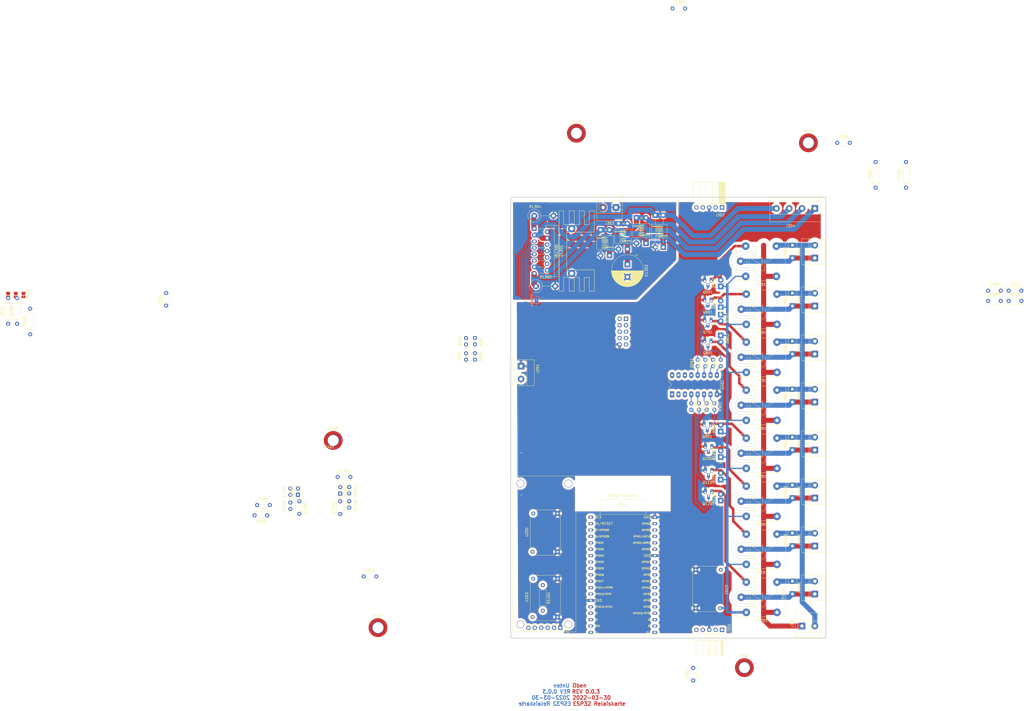
<source format=kicad_pcb>
(kicad_pcb (version 20211014) (generator pcbnew)

  (general
    (thickness 1.6)
  )

  (paper "A4" portrait)
  (title_block
    (title "ESP32 Relaiskarte")
    (date "2022-03-23")
    (rev "0.0.2")
    (company "makerspace Bocholt")
    (comment 1 "+ optionale Servo Ansteuerung")
    (comment 2 "+ optionale Lan Karte")
    (comment 4 "Frank Tobergte")
  )

  (layers
    (0 "F.Cu" signal)
    (31 "B.Cu" signal)
    (32 "B.Adhes" user "B.Adhesive")
    (33 "F.Adhes" user "F.Adhesive")
    (34 "B.Paste" user)
    (35 "F.Paste" user)
    (36 "B.SilkS" user "B.Silkscreen")
    (37 "F.SilkS" user "F.Silkscreen")
    (38 "B.Mask" user)
    (39 "F.Mask" user)
    (40 "Dwgs.User" user "User.Drawings")
    (41 "Cmts.User" user "User.Comments")
    (42 "Eco1.User" user "User.Eco1")
    (43 "Eco2.User" user "User.Eco2")
    (44 "Edge.Cuts" user)
    (45 "Margin" user)
    (46 "B.CrtYd" user "B.Courtyard")
    (47 "F.CrtYd" user "F.Courtyard")
    (48 "B.Fab" user)
    (49 "F.Fab" user)
    (50 "User.1" user "Nutzer.1")
    (51 "User.2" user "Nutzer.2")
    (52 "User.3" user "Nutzer.3")
    (53 "User.4" user "Nutzer.4")
    (54 "User.5" user "Nutzer.5")
    (55 "User.6" user "Nutzer.6")
    (56 "User.7" user "Nutzer.7")
    (57 "User.8" user "Nutzer.8")
    (58 "User.9" user "Nutzer.9")
  )

  (setup
    (stackup
      (layer "F.SilkS" (type "Top Silk Screen"))
      (layer "F.Paste" (type "Top Solder Paste"))
      (layer "F.Mask" (type "Top Solder Mask") (thickness 0.01))
      (layer "F.Cu" (type "copper") (thickness 0.035))
      (layer "dielectric 1" (type "core") (thickness 1.51) (material "FR4") (epsilon_r 4.5) (loss_tangent 0.02))
      (layer "B.Cu" (type "copper") (thickness 0.035))
      (layer "B.Mask" (type "Bottom Solder Mask") (thickness 0.01))
      (layer "B.Paste" (type "Bottom Solder Paste"))
      (layer "B.SilkS" (type "Bottom Silk Screen"))
      (copper_finish "None")
      (dielectric_constraints no)
    )
    (pad_to_mask_clearance 0)
    (aux_axis_origin 38 49)
    (grid_origin 38 49)
    (pcbplotparams
      (layerselection 0x0000020_ffffffff)
      (disableapertmacros false)
      (usegerberextensions false)
      (usegerberattributes true)
      (usegerberadvancedattributes true)
      (creategerberjobfile true)
      (svguseinch false)
      (svgprecision 6)
      (excludeedgelayer false)
      (plotframeref true)
      (viasonmask false)
      (mode 1)
      (useauxorigin false)
      (hpglpennumber 1)
      (hpglpenspeed 20)
      (hpglpendiameter 15.000000)
      (dxfpolygonmode true)
      (dxfimperialunits true)
      (dxfusepcbnewfont true)
      (psnegative false)
      (psa4output false)
      (plotreference true)
      (plotvalue false)
      (plotinvisibletext false)
      (sketchpadsonfab true)
      (subtractmaskfromsilk false)
      (outputformat 4)
      (mirror false)
      (drillshape 2)
      (scaleselection 1)
      (outputdirectory "Ausgaben/")
    )
  )

  (net 0 "")
  (net 1 "+12V")
  (net 2 "/Digital/Relais Ansteuerung/A")
  (net 3 "/Digital/Relais Ansteuerung/B")
  (net 4 "Net-(Q501-Pad2)")
  (net 5 "GND")
  (net 6 "Net-(Q601-Pad2)")
  (net 7 "Net-(Q701-Pad2)")
  (net 8 "Net-(Q801-Pad2)")
  (net 9 "Net-(Q901-Pad2)")
  (net 10 "Net-(Q1001-Pad2)")
  (net 11 "Net-(Q1101-Pad2)")
  (net 12 "Net-(Q1201-Pad2)")
  (net 13 "unconnected-(U401-Pad13)")
  (net 14 "/Digital/Relais Ansteuerung/Relais0/On")
  (net 15 "/Digital/Relais Ansteuerung/Relais1/On")
  (net 16 "/Digital/Relais Ansteuerung/Relais2/On")
  (net 17 "/Digital/Relais Ansteuerung/Relais3/On")
  (net 18 "/Digital/Relais Ansteuerung/Relais4/On")
  (net 19 "/Digital/Relais Ansteuerung/Relais5/On")
  (net 20 "/Digital/Relais Ansteuerung/Relais6/On")
  (net 21 "/Digital/Relais Ansteuerung/Relais7/On")
  (net 22 "/Digital/Lan/Sck")
  (net 23 "+3V3")
  (net 24 "unconnected-(U301-Pad2)")
  (net 25 "/Digital/Lan/So")
  (net 26 "/Digital/Lan/Si")
  (net 27 "/Digital/PCA9635 Servo/OE")
  (net 28 "unconnected-(U301-Pad16)")
  (net 29 "unconnected-(U301-Pad17)")
  (net 30 "unconnected-(U301-Pad18)")
  (net 31 "/Digital/SCL")
  (net 32 "unconnected-(U301-Pad5)")
  (net 33 "unconnected-(U301-Pad23)")
  (net 34 "unconnected-(U301-Pad24)")
  (net 35 "unconnected-(U301-Pad25)")
  (net 36 "/Digital/Lan/Cs")
  (net 37 "unconnected-(U301-Pad27)")
  (net 38 "unconnected-(U301-Pad28)")
  (net 39 "/Digital/Lan/CLK")
  (net 40 "unconnected-(U301-Pad30)")
  (net 41 "unconnected-(U301-Pad33)")
  (net 42 "unconnected-(U301-Pad34)")
  (net 43 "unconnected-(U301-Pad35)")
  (net 44 "unconnected-(U301-Pad6)")
  (net 45 "/Digital/Lan/Wol")
  (net 46 "/Digital/Relais Ansteuerung/Relais0/AB")
  (net 47 "/Digital/Relais Ansteuerung/Relais1/AB")
  (net 48 "/Digital/Relais Ansteuerung/Relais2/AB")
  (net 49 "/Digital/Relais Ansteuerung/Relais3/AB")
  (net 50 "/Digital/Relais Ansteuerung/Relais4/AB")
  (net 51 "/Digital/Relais Ansteuerung/Relais5/AB")
  (net 52 "/Digital/Relais Ansteuerung/Relais6/AB")
  (net 53 "/Digital/Relais Ansteuerung/Relais7/AB")
  (net 54 "/Digital/Relais Ansteuerung/Relais0/mitte")
  (net 55 "/Digital/Relais Ansteuerung/Relais1/mitte")
  (net 56 "/Digital/Relais Ansteuerung/Relais2/mitte")
  (net 57 "/Digital/Relais Ansteuerung/Relais3/mitte")
  (net 58 "/Digital/Relais Ansteuerung/Relais4/mitte")
  (net 59 "/Digital/Relais Ansteuerung/Relais5/mitte")
  (net 60 "/Digital/Relais Ansteuerung/Relais6/mitte")
  (net 61 "/Digital/Relais Ansteuerung/Relais7/mitte")
  (net 62 "/Digital/Motortreiber/M2B")
  (net 63 "/Digital/Motortreiber/M2A")
  (net 64 "/Digital/Motortreiber/M1B")
  (net 65 "/Digital/Motortreiber/M1A")
  (net 66 "/Digital/Motortreiber/1m")
  (net 67 "+5V")
  (net 68 "/Digital/Motortreiber/2m")
  (net 69 "/Digital/Motortreiber/GNDPWR")
  (net 70 "/Digital/Motortreiber/VS")
  (net 71 "Net-(JP401-Pad2)")
  (net 72 "Net-(JP402-Pad2)")
  (net 73 "Net-(JP403-Pad2)")
  (net 74 "/Digital/Lan/Reset")
  (net 75 "/Digital/SDA")
  (net 76 "/Digital/Lan/Int")
  (net 77 "Net-(D1309-Pad1)")
  (net 78 "/Digital/1Mess")
  (net 79 "/Digital/2Mess")
  (net 80 "/Digital/1A")
  (net 81 "/Digital/1En")
  (net 82 "/Digital/1B")
  (net 83 "/Digital/2A")
  (net 84 "/Digital/2En")
  (net 85 "/Digital/2B")
  (net 86 "Net-(D1310-Pad1)")
  (net 87 "unconnected-(U301-Pad29)")
  (net 88 "+VSW")
  (net 89 "+6V")

  (footprint "Package_TO_SOT_THT:TO-92_HandSolder" (layer "F.Cu") (at 117.756 148.314 180))

  (footprint "Diode_THT:D_DO-41_SOD81_P2.54mm_Vertical_KathodeUp" (layer "F.Cu") (at 121.312 141.964 90))

  (footprint "Diode_THT:D_DO-41_SOD81_P5.08mm_Vertical_KathodeUp" (layer "F.Cu") (at 149.76 111.23 90))

  (footprint "Diode_THT:D_DO-41_SOD81_P12.70mm_Horizontal" (layer "F.Cu") (at 98.516 68.812 90))

  (footprint "Diode_THT:D_DO-41_SOD81_P2.54mm_Vertical_KathodeUp" (layer "F.Cu") (at 121.312 84.396818 90))

  (footprint "MountingHole:MountingHole_4.3mm_M4_DIN965_Pad_TopOnly" (layer "F.Cu") (at 156.11 27.41))

  (footprint "Diode_THT:D_DO-41_SOD81_P2.54mm_Vertical_KathodeUp" (layer "F.Cu") (at 121.312 161.072489 90))

  (footprint "Diode_THT:D_DO-41_SOD81_P12.70mm_Horizontal" (layer "F.Cu") (at 95.341 56.112 -90))

  (footprint "Resistor_THT:R_Axial_DIN0207_L6.3mm_D2.5mm_P2.54mm_Vertical" (layer "F.Cu") (at 20.22 107.42 90))

  (footprint "Diode_THT:D_DO-41_SOD81_P5.08mm_Vertical_KathodeUp" (layer "F.Cu") (at 149.76 187.43 90))

  (footprint "Resistor_THT:R_Axial_DIN0207_L6.3mm_D2.5mm_P10.16mm_Horizontal" (layer "F.Cu") (at 194.845 35.03 -90))

  (footprint "Resistor_THT:R_Axial_DIN0207_L6.3mm_D2.5mm_P2.54mm_Vertical" (layer "F.Cu") (at 115.724 130.788 -90))

  (footprint "Package_TO_SOT_THT:TO-92_HandSolder" (layer "F.Cu") (at 117.248 139.587183 180))

  (footprint "Resistor_THT:R_Axial_DIN0207_L6.3mm_D2.5mm_P2.54mm_Vertical" (layer "F.Cu") (at 118.264 116.056 90))

  (footprint "eigene Modelle:Adafruit PCA9685" (layer "F.Cu") (at 57.685 219.8675 -90))

  (footprint "Package_TO_SOT_THT:TO-92_HandSolder" (layer "F.Cu") (at 117.502 106.404 180))

  (footprint "Capacitor_THT:C_Disc_D6.0mm_W2.5mm_P5.00mm" (layer "F.Cu") (at 235.612 86.084))

  (footprint "Modelle:DSNMini360" (layer "F.Cu") (at 51.716 208.004 90))

  (footprint "Resistor_THT:R_Axial_DIN0207_L6.3mm_D2.5mm_P2.54mm_Vertical" (layer "F.Cu") (at 121.312 116.056 90))

  (footprint "Capacitor_THT:C_Disc_D6.0mm_W2.5mm_P5.00mm" (layer "F.Cu") (at -30.707 159.998))

  (footprint "Resistor_THT:R_Axial_DIN0516_L15.5mm_D5.0mm_P7.62mm_Vertical" (layer "F.Cu") (at 47.334075 56.366))

  (footprint "MountingHole:MountingHole_4.3mm_M4_DIN965_Pad_TopOnly" (layer "F.Cu") (at -14.705 219.815))

  (footprint "Resistor_THT:R_Axial_DIN0207_L6.3mm_D2.5mm_P10.16mm_Horizontal" (layer "F.Cu") (at -161.511 99.189 90))

  (footprint "Jumper:SolderJumper-2_P1.3mm_Open_TrianglePad1.0x1.5mm" (layer "F.Cu") (at -155.415 87.796 -90))

  (footprint "Diode_THT:D_DO-41_SOD81_P10.16mm_Horizontal" (layer "F.Cu") (at 91.658 67.288 90))

  (footprint "Capacitor_THT:C_Disc_D6.0mm_W2.5mm_P5.00mm" (layer "F.Cu") (at 227.462 90.134))

  (footprint "Capacitor_THT:C_Disc_D6.0mm_W2.5mm_P5.00mm" (layer "F.Cu") (at 235.612 90.134))

  (footprint "Capacitor_THT:C_Disc_D6.0mm_W2.5mm_P5.00mm" (layer "F.Cu") (at 227.462 86.084))

  (footprint "Resistor_THT:R_Axial_DIN0516_L15.5mm_D5.0mm_P7.62mm_Vertical" (layer "F.Cu") (at 47.969075 84.306))

  (footprint "TerminalBlock_Phoenix:TerminalBlock_Phoenix_MKDS-1,5-2-5.08_1x02_P5.08mm_Horizontal" (layer "F.Cu") (at 79.72 53.064 180))

  (footprint "Diode_THT:D_DO-41_SOD81_P5.08mm_Vertical_KathodeUp" (layer "F.Cu") (at 149.76 73.13 90))

  (footprint "Jumper:SolderJumper-2_P1.3mm_Open_TrianglePad1.0x1.5mm" (layer "F.Cu") (at -158.463 87.796 -90))

  (footprint "TerminalBlock_Phoenix:TerminalBlock_Phoenix_MKDS-1,5-2-5.08_1x02_P5.08mm_Horizontal" (layer "F.Cu") (at 158.65 149.33 90))

  (footprint "Resistor_THT:R_Axial_DIN0207_L6.3mm_D2.5mm_P2.54mm_Vertical" (layer "F.Cu") (at -26.135 172.19 90))

  (footprint "TerminalBlock_Phoenix:TerminalBlock_Phoenix_MKDS-1,5-2-5.08_1x02_P5.08mm_Horizontal" (layer "F.Cu") (at 158.65 206.48 90))

  (footprint "Relay_THT:Relay_SPDT_Finder_36.11" (layer "F.Cu") (at 129.44 93.45))

  (footprint "Package_TO_SOT_THT:TO-92_HandSolder" (layer "F.Cu") (at 117.756 166.257183 180))

  (footprint "Diode_THT:D_DO-41_SOD81_P5.08mm_Vertical_KathodeUp" (layer "F.Cu") (at 149.76 206.48 90))

  (footprint "TerminalBlock_Phoenix:TerminalBlock_Phoenix_MKDS-1,5-2-5.08_1x02_P5.08mm_Horizontal" (layer "F.Cu") (at 158.65 168.38 90))

  (footprint "Resistor_THT:R_Axial_DIN0207_L6.3mm_D2.5mm_P2.54mm_Vertical" (layer "F.Cu") (at 112.168 116.056 90))

  (footprint "Diode_THT:D_DO-41_SOD81_P10.16mm_Horizontal" (layer "F.Cu") (at 87.848 57.128 -90))

  (footprint "Capacitor_THT:C_Disc_D6.0mm_W2.5mm_P5.00mm" (layer "F.Cu") (at 110.39 240.77 90))

  (footprint "Diode_THT:D_DO-41_SOD81_P5.08mm_Vertical_KathodeUp" (layer "F.Cu") (at 149.76 130.28 90))

  (footprint "TerminalBlock_Phoenix:TerminalBlock_Phoenix_MKDS-1,5-2-5.08_1x02_P5.08mm_Horizontal" (layer "F.Cu") (at 158.65 187.43 90))

  (footprint "Capacitor_THT:C_Disc_D6.0mm_W2.5mm_P5.00mm" (layer "F.Cu") (at -57.671 171.174 180))

  (footprint "Resistor_THT:R_Axial_DIN0207_L6.3mm_D2.5mm_P2.54mm_Vertical" (layer "F.Cu") (at 23.776 110.918 -90))

  (footprint "Diode_THT:D_DO-41_SOD81_P5.08mm_Vertical_KathodeUp" (layer "F.Cu") (at 149.76 92.18 90))

  (footprint "Diode_THT:D_DO-41_SOD81_P10.16mm_Horizontal" (layer "F.Cu") (at 77.18 72.114 90))

  (footprint "TerminalBlock_Phoenix:TerminalBlock_Phoenix_MKDS-1,5-2-5.08_1x02_P5.08mm_Horizontal" (layer "F.Cu") (at 153.57 219.18))

  (footprint "TerminalBlock_Phoenix:TerminalBlock_Phoenix_MKDS-1,5-2-5.08_1x02_P5.08mm_Horizontal" (layer "F.Cu") (at 158.65 92.18 90))

  (footprint "MountingHole:MountingHole_4.3mm_M4_DIN965_Pad_
... [1187473 chars truncated]
</source>
